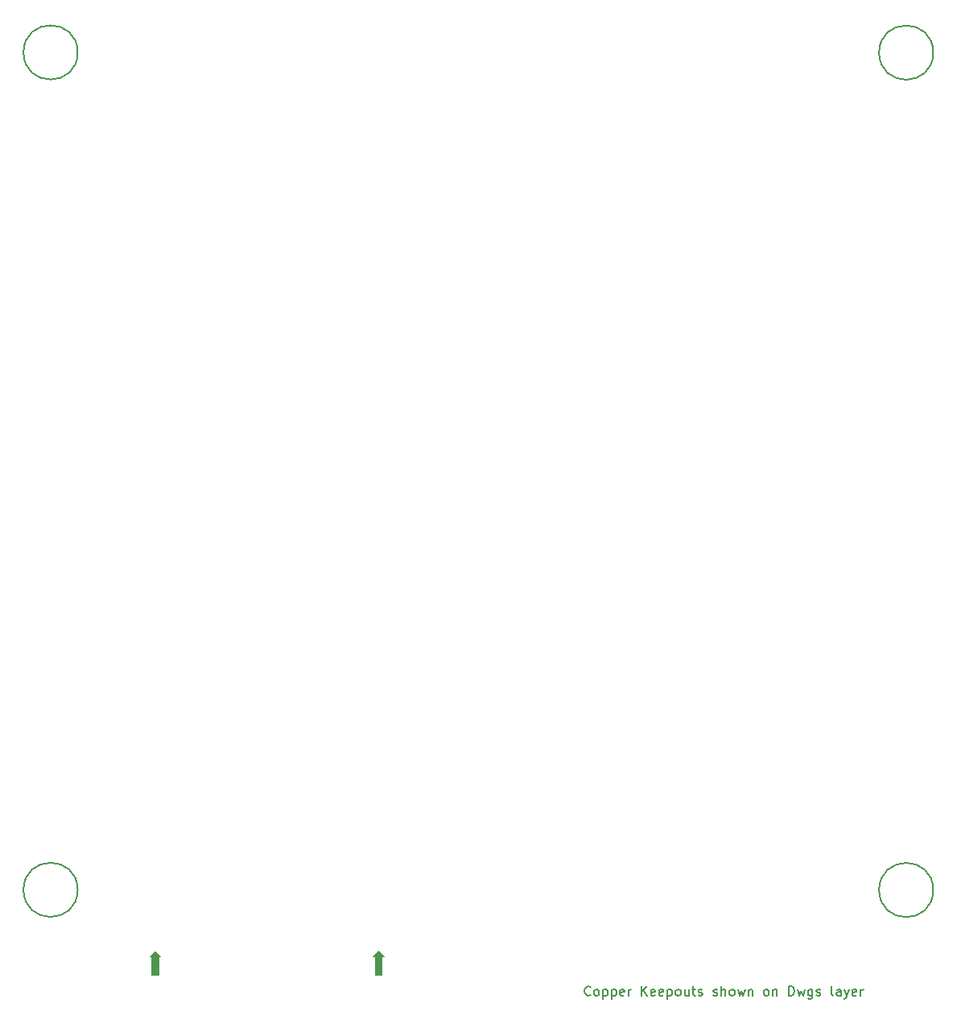
<source format=gbr>
%TF.GenerationSoftware,KiCad,Pcbnew,(6.0.7)*%
%TF.CreationDate,2022-08-05T22:04:18-07:00*%
%TF.ProjectId,d70-buddy-main-board,6437302d-6275-4646-9479-2d6d61696e2d,rev?*%
%TF.SameCoordinates,Original*%
%TF.FileFunction,Other,Comment*%
%FSLAX46Y46*%
G04 Gerber Fmt 4.6, Leading zero omitted, Abs format (unit mm)*
G04 Created by KiCad (PCBNEW (6.0.7)) date 2022-08-05 22:04:18*
%MOMM*%
%LPD*%
G01*
G04 APERTURE LIST*
%ADD10C,0.150000*%
G04 APERTURE END LIST*
D10*
%TO.C,U2*%
X126299999Y-149527142D02*
X126252380Y-149574761D01*
X126109523Y-149622380D01*
X126014285Y-149622380D01*
X125871428Y-149574761D01*
X125776190Y-149479523D01*
X125728571Y-149384285D01*
X125680952Y-149193809D01*
X125680952Y-149050952D01*
X125728571Y-148860476D01*
X125776190Y-148765238D01*
X125871428Y-148670000D01*
X126014285Y-148622380D01*
X126109523Y-148622380D01*
X126252380Y-148670000D01*
X126299999Y-148717619D01*
X126871428Y-149622380D02*
X126776190Y-149574761D01*
X126728571Y-149527142D01*
X126680952Y-149431904D01*
X126680952Y-149146190D01*
X126728571Y-149050952D01*
X126776190Y-149003333D01*
X126871428Y-148955714D01*
X127014285Y-148955714D01*
X127109523Y-149003333D01*
X127157142Y-149050952D01*
X127204761Y-149146190D01*
X127204761Y-149431904D01*
X127157142Y-149527142D01*
X127109523Y-149574761D01*
X127014285Y-149622380D01*
X126871428Y-149622380D01*
X127633333Y-148955714D02*
X127633333Y-149955714D01*
X127633333Y-149003333D02*
X127728571Y-148955714D01*
X127919047Y-148955714D01*
X128014285Y-149003333D01*
X128061904Y-149050952D01*
X128109523Y-149146190D01*
X128109523Y-149431904D01*
X128061904Y-149527142D01*
X128014285Y-149574761D01*
X127919047Y-149622380D01*
X127728571Y-149622380D01*
X127633333Y-149574761D01*
X128538095Y-148955714D02*
X128538095Y-149955714D01*
X128538095Y-149003333D02*
X128633333Y-148955714D01*
X128823809Y-148955714D01*
X128919047Y-149003333D01*
X128966666Y-149050952D01*
X129014285Y-149146190D01*
X129014285Y-149431904D01*
X128966666Y-149527142D01*
X128919047Y-149574761D01*
X128823809Y-149622380D01*
X128633333Y-149622380D01*
X128538095Y-149574761D01*
X129823809Y-149574761D02*
X129728571Y-149622380D01*
X129538095Y-149622380D01*
X129442857Y-149574761D01*
X129395238Y-149479523D01*
X129395238Y-149098571D01*
X129442857Y-149003333D01*
X129538095Y-148955714D01*
X129728571Y-148955714D01*
X129823809Y-149003333D01*
X129871428Y-149098571D01*
X129871428Y-149193809D01*
X129395238Y-149289047D01*
X130299999Y-149622380D02*
X130299999Y-148955714D01*
X130299999Y-149146190D02*
X130347619Y-149050952D01*
X130395238Y-149003333D01*
X130490476Y-148955714D01*
X130585714Y-148955714D01*
X131680952Y-149622380D02*
X131680952Y-148622380D01*
X132252380Y-149622380D02*
X131823809Y-149050952D01*
X132252380Y-148622380D02*
X131680952Y-149193809D01*
X133061904Y-149574761D02*
X132966666Y-149622380D01*
X132776190Y-149622380D01*
X132680952Y-149574761D01*
X132633333Y-149479523D01*
X132633333Y-149098571D01*
X132680952Y-149003333D01*
X132776190Y-148955714D01*
X132966666Y-148955714D01*
X133061904Y-149003333D01*
X133109523Y-149098571D01*
X133109523Y-149193809D01*
X132633333Y-149289047D01*
X133919047Y-149574761D02*
X133823809Y-149622380D01*
X133633333Y-149622380D01*
X133538095Y-149574761D01*
X133490476Y-149479523D01*
X133490476Y-149098571D01*
X133538095Y-149003333D01*
X133633333Y-148955714D01*
X133823809Y-148955714D01*
X133919047Y-149003333D01*
X133966666Y-149098571D01*
X133966666Y-149193809D01*
X133490476Y-149289047D01*
X134395238Y-148955714D02*
X134395238Y-149955714D01*
X134395238Y-149003333D02*
X134490476Y-148955714D01*
X134680952Y-148955714D01*
X134776190Y-149003333D01*
X134823809Y-149050952D01*
X134871428Y-149146190D01*
X134871428Y-149431904D01*
X134823809Y-149527142D01*
X134776190Y-149574761D01*
X134680952Y-149622380D01*
X134490476Y-149622380D01*
X134395238Y-149574761D01*
X135442857Y-149622380D02*
X135347619Y-149574761D01*
X135300000Y-149527142D01*
X135252380Y-149431904D01*
X135252380Y-149146190D01*
X135300000Y-149050952D01*
X135347619Y-149003333D01*
X135442857Y-148955714D01*
X135585714Y-148955714D01*
X135680952Y-149003333D01*
X135728571Y-149050952D01*
X135776190Y-149146190D01*
X135776190Y-149431904D01*
X135728571Y-149527142D01*
X135680952Y-149574761D01*
X135585714Y-149622380D01*
X135442857Y-149622380D01*
X136633333Y-148955714D02*
X136633333Y-149622380D01*
X136204761Y-148955714D02*
X136204761Y-149479523D01*
X136252380Y-149574761D01*
X136347619Y-149622380D01*
X136490476Y-149622380D01*
X136585714Y-149574761D01*
X136633333Y-149527142D01*
X136966666Y-148955714D02*
X137347619Y-148955714D01*
X137109523Y-148622380D02*
X137109523Y-149479523D01*
X137157142Y-149574761D01*
X137252380Y-149622380D01*
X137347619Y-149622380D01*
X137633333Y-149574761D02*
X137728571Y-149622380D01*
X137919047Y-149622380D01*
X138014285Y-149574761D01*
X138061904Y-149479523D01*
X138061904Y-149431904D01*
X138014285Y-149336666D01*
X137919047Y-149289047D01*
X137776190Y-149289047D01*
X137680952Y-149241428D01*
X137633333Y-149146190D01*
X137633333Y-149098571D01*
X137680952Y-149003333D01*
X137776190Y-148955714D01*
X137919047Y-148955714D01*
X138014285Y-149003333D01*
X139204761Y-149574761D02*
X139300000Y-149622380D01*
X139490476Y-149622380D01*
X139585714Y-149574761D01*
X139633333Y-149479523D01*
X139633333Y-149431904D01*
X139585714Y-149336666D01*
X139490476Y-149289047D01*
X139347619Y-149289047D01*
X139252380Y-149241428D01*
X139204761Y-149146190D01*
X139204761Y-149098571D01*
X139252380Y-149003333D01*
X139347619Y-148955714D01*
X139490476Y-148955714D01*
X139585714Y-149003333D01*
X140061904Y-149622380D02*
X140061904Y-148622380D01*
X140490476Y-149622380D02*
X140490476Y-149098571D01*
X140442857Y-149003333D01*
X140347619Y-148955714D01*
X140204761Y-148955714D01*
X140109523Y-149003333D01*
X140061904Y-149050952D01*
X141109523Y-149622380D02*
X141014285Y-149574761D01*
X140966666Y-149527142D01*
X140919047Y-149431904D01*
X140919047Y-149146190D01*
X140966666Y-149050952D01*
X141014285Y-149003333D01*
X141109523Y-148955714D01*
X141252380Y-148955714D01*
X141347619Y-149003333D01*
X141395238Y-149050952D01*
X141442857Y-149146190D01*
X141442857Y-149431904D01*
X141395238Y-149527142D01*
X141347619Y-149574761D01*
X141252380Y-149622380D01*
X141109523Y-149622380D01*
X141776190Y-148955714D02*
X141966666Y-149622380D01*
X142157142Y-149146190D01*
X142347619Y-149622380D01*
X142538095Y-148955714D01*
X142919047Y-148955714D02*
X142919047Y-149622380D01*
X142919047Y-149050952D02*
X142966666Y-149003333D01*
X143061904Y-148955714D01*
X143204761Y-148955714D01*
X143300000Y-149003333D01*
X143347619Y-149098571D01*
X143347619Y-149622380D01*
X144728571Y-149622380D02*
X144633333Y-149574761D01*
X144585714Y-149527142D01*
X144538095Y-149431904D01*
X144538095Y-149146190D01*
X144585714Y-149050952D01*
X144633333Y-149003333D01*
X144728571Y-148955714D01*
X144871428Y-148955714D01*
X144966666Y-149003333D01*
X145014285Y-149050952D01*
X145061904Y-149146190D01*
X145061904Y-149431904D01*
X145014285Y-149527142D01*
X144966666Y-149574761D01*
X144871428Y-149622380D01*
X144728571Y-149622380D01*
X145490476Y-148955714D02*
X145490476Y-149622380D01*
X145490476Y-149050952D02*
X145538095Y-149003333D01*
X145633333Y-148955714D01*
X145776190Y-148955714D01*
X145871428Y-149003333D01*
X145919047Y-149098571D01*
X145919047Y-149622380D01*
X147157142Y-149622380D02*
X147157142Y-148622380D01*
X147395238Y-148622380D01*
X147538095Y-148670000D01*
X147633333Y-148765238D01*
X147680952Y-148860476D01*
X147728571Y-149050952D01*
X147728571Y-149193809D01*
X147680952Y-149384285D01*
X147633333Y-149479523D01*
X147538095Y-149574761D01*
X147395238Y-149622380D01*
X147157142Y-149622380D01*
X148061904Y-148955714D02*
X148252380Y-149622380D01*
X148442857Y-149146190D01*
X148633333Y-149622380D01*
X148823809Y-148955714D01*
X149633333Y-148955714D02*
X149633333Y-149765238D01*
X149585714Y-149860476D01*
X149538095Y-149908095D01*
X149442857Y-149955714D01*
X149299999Y-149955714D01*
X149204761Y-149908095D01*
X149633333Y-149574761D02*
X149538095Y-149622380D01*
X149347619Y-149622380D01*
X149252380Y-149574761D01*
X149204761Y-149527142D01*
X149157142Y-149431904D01*
X149157142Y-149146190D01*
X149204761Y-149050952D01*
X149252380Y-149003333D01*
X149347619Y-148955714D01*
X149538095Y-148955714D01*
X149633333Y-149003333D01*
X150061904Y-149574761D02*
X150157142Y-149622380D01*
X150347619Y-149622380D01*
X150442857Y-149574761D01*
X150490476Y-149479523D01*
X150490476Y-149431904D01*
X150442857Y-149336666D01*
X150347619Y-149289047D01*
X150204761Y-149289047D01*
X150109523Y-149241428D01*
X150061904Y-149146190D01*
X150061904Y-149098571D01*
X150109523Y-149003333D01*
X150204761Y-148955714D01*
X150347619Y-148955714D01*
X150442857Y-149003333D01*
X151823809Y-149622380D02*
X151728571Y-149574761D01*
X151680952Y-149479523D01*
X151680952Y-148622380D01*
X152633333Y-149622380D02*
X152633333Y-149098571D01*
X152585714Y-149003333D01*
X152490476Y-148955714D01*
X152299999Y-148955714D01*
X152204761Y-149003333D01*
X152633333Y-149574761D02*
X152538095Y-149622380D01*
X152299999Y-149622380D01*
X152204761Y-149574761D01*
X152157142Y-149479523D01*
X152157142Y-149384285D01*
X152204761Y-149289047D01*
X152299999Y-149241428D01*
X152538095Y-149241428D01*
X152633333Y-149193809D01*
X153014285Y-148955714D02*
X153252380Y-149622380D01*
X153490476Y-148955714D02*
X153252380Y-149622380D01*
X153157142Y-149860476D01*
X153109523Y-149908095D01*
X153014285Y-149955714D01*
X154252380Y-149574761D02*
X154157142Y-149622380D01*
X153966666Y-149622380D01*
X153871428Y-149574761D01*
X153823809Y-149479523D01*
X153823809Y-149098571D01*
X153871428Y-149003333D01*
X153966666Y-148955714D01*
X154157142Y-148955714D01*
X154252380Y-149003333D01*
X154299999Y-149098571D01*
X154299999Y-149193809D01*
X153823809Y-149289047D01*
X154728571Y-149622380D02*
X154728571Y-148955714D01*
X154728571Y-149146190D02*
X154776190Y-149050952D01*
X154823809Y-149003333D01*
X154919047Y-148955714D01*
X155014285Y-148955714D01*
%TO.C,H1*%
X72350000Y-50490000D02*
G75*
G03*
X72350000Y-50490000I-2850000J0D01*
G01*
%TO.C,H2*%
X162350000Y-50510000D02*
G75*
G03*
X162350000Y-50510000I-2850000J0D01*
G01*
%TO.C,H4*%
X162350000Y-138510000D02*
G75*
G03*
X162350000Y-138510000I-2850000J0D01*
G01*
%TO.C,H3*%
X72350000Y-138490000D02*
G75*
G03*
X72350000Y-138490000I-2850000J0D01*
G01*
%TO.C,J1*%
G36*
X104700000Y-145600000D02*
G01*
X104400000Y-145600000D01*
X104400000Y-147500000D01*
X103600000Y-147500000D01*
X103600000Y-145600000D01*
X103300000Y-145600000D01*
X104000000Y-144900000D01*
X104700000Y-145600000D01*
G37*
%TO.C,J2*%
G36*
X81200000Y-145600000D02*
G01*
X80900000Y-145600000D01*
X80900000Y-147500000D01*
X80100000Y-147500000D01*
X80100000Y-145600000D01*
X79800000Y-145600000D01*
X80500000Y-144900000D01*
X81200000Y-145600000D01*
G37*
%TD*%
M02*

</source>
